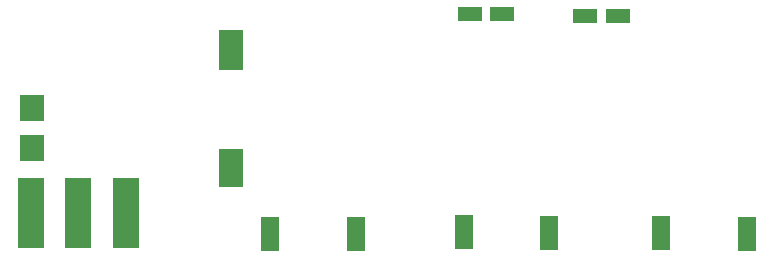
<source format=gbr>
G04 EAGLE Gerber RS-274X export*
G75*
%MOMM*%
%FSLAX34Y34*%
%LPD*%
%INSolderpaste Top*%
%IPPOS*%
%AMOC8*
5,1,8,0,0,1.08239X$1,22.5*%
G01*
%ADD10R,2.000000X2.200000*%
%ADD11R,2.200000X6.000000*%
%ADD12R,2.000000X3.300000*%
%ADD13R,2.000000X3.500000*%
%ADD14R,1.500000X3.000000*%
%ADD15R,2.159000X1.270000*%


D10*
X354500Y487000D03*
X354500Y521500D03*
D11*
X353800Y432000D03*
X393200Y432000D03*
X433800Y432000D03*
D12*
X522500Y470500D03*
D13*
X522500Y570500D03*
D14*
X555700Y414800D03*
X628300Y414300D03*
X719700Y415800D03*
X792300Y415300D03*
X959300Y414700D03*
X886700Y415200D03*
D15*
X752290Y600850D03*
X724710Y600850D03*
X822910Y599350D03*
X850490Y599350D03*
M02*

</source>
